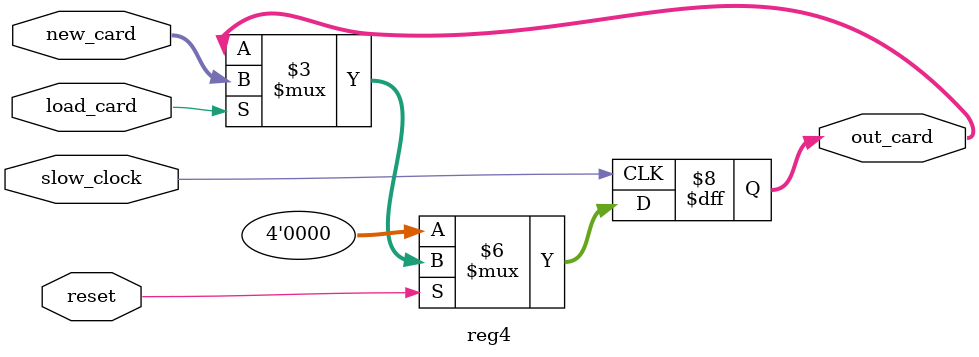
<source format=sv>
/*
CPEN 311 Lab 1, datapath module 
Suryansh Madaan (83499574) and Rishi Upath (18259374), Group: B15

Purpose: Takes load_card inputs from statemachine controller and sets corresponding scores, HEX card display, and LED score display. 
        Done synchronously with slow_clock.
*/

module datapath(input logic slow_clock, input logic fast_clock, input logic resetb,
                input logic load_pcard1, input logic load_pcard2, input logic load_pcard3,
                input logic load_dcard1, input logic load_dcard2, input logic load_dcard3,
                output logic [3:0] pcard3_out,
                output logic [3:0] pscore_out, output logic [3:0] dscore_out,
                output logic [6:0] HEX5, output logic [6:0] HEX4, output logic [6:0] HEX3,
                output logic [6:0] HEX2, output logic [6:0] HEX1, output logic [6:0] HEX0);

    // regs and wires (internal signals)
    wire [3:0] new_card;
    wire [3:0] PCard1;
    wire [3:0] PCard2;
    wire [3:0] PCard3;
    wire [3:0] DCard1;
    wire [3:0] DCard2;
    wire [3:0] DCard3;

    // intantiations

    //dealcard outputs random playing card
    dealcard DEL (.clock(fast_clock), .resetb(resetb), .new_card(new_card));
    
    //6 registers to load new cards into players 
    reg4 PC1 (.new_card(new_card), .load_card(load_pcard1), .reset(resetb), .slow_clock(slow_clock), .out_card(PCard1));
    reg4 PC2 (.new_card(new_card), .load_card(load_pcard2), .reset(resetb), .slow_clock(slow_clock), .out_card(PCard2));
    reg4 PC3 (.new_card(new_card), .load_card(load_pcard3), .reset(resetb), .slow_clock(slow_clock), .out_card(PCard3));
    reg4 DC1 (.new_card(new_card), .load_card(load_dcard1), .reset(resetb), .slow_clock(slow_clock), .out_card(DCard1));
    reg4 DC2 (.new_card(new_card), .load_card(load_dcard2), .reset(resetb), .slow_clock(slow_clock), .out_card(DCard2));
    reg4 DC3 (.new_card(new_card), .load_card(load_dcard3), .reset(resetb), .slow_clock(slow_clock), .out_card(DCard3));

    //6 hex displays for each card
    card7seg PSEG1 (.card(PCard1), .seg7(HEX0));
    card7seg PSEG2 (.card(PCard2), .seg7(HEX1));
    card7seg PSEG3 (.card(PCard3), .seg7(HEX2));
    card7seg DSEG1 (.card(DCard1), .seg7(HEX3));
    card7seg DSEG2 (.card(DCard2), .seg7(HEX4));
    card7seg DSEG3 (.card(DCard3), .seg7(HEX5));

    //calculates total score
    scorehand PSCR (.card1(PCard1), .card2(PCard2), .card3(PCard3), .total(pscore_out));
    scorehand DSCR (.card1(DCard1), .card2(DCard2), .card3(DCard3), .total(dscore_out));

    assign pcard3_out = PCard3;

endmodule

// module for player card registers. Takes input of new_card and outputs that card when load is set and rising edge of slow_clock seen
module reg4 (input logic [3:0] new_card, input logic load_card, input logic reset, input logic slow_clock, 
             output logic [3:0] out_card);
    
    always @(posedge slow_clock)begin 

        //synchronous, active low reset 
        if (reset == 0)
            out_card <= 4'd0;

        //register enabled with load_card signals
        else if (load_card) 
            out_card <= new_card;

    end

endmodule


</source>
